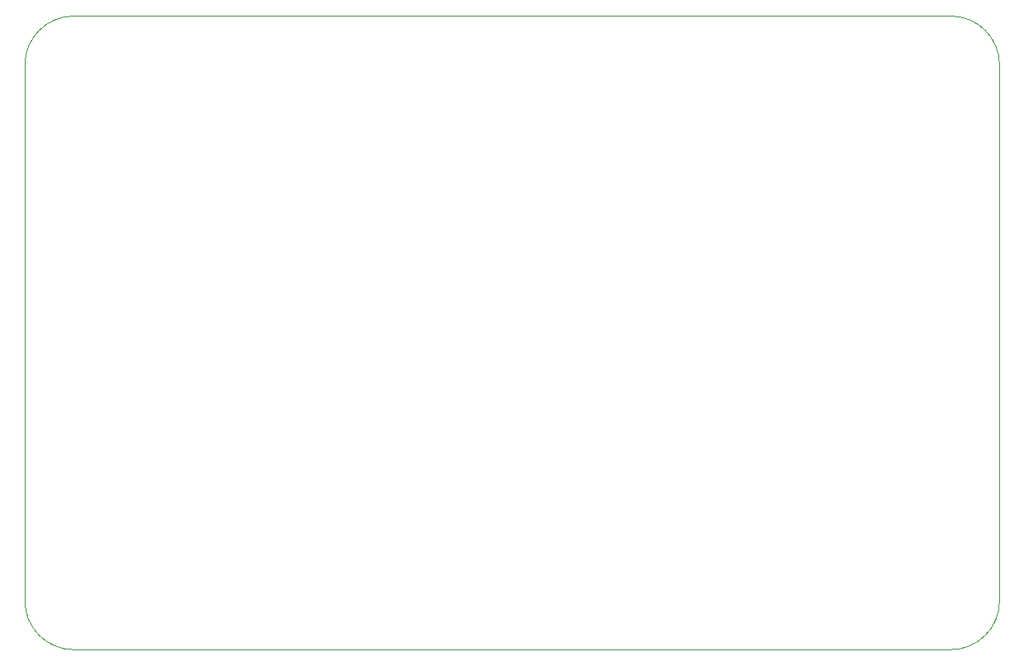
<source format=gm1>
G04 #@! TF.GenerationSoftware,KiCad,Pcbnew,5.1.6-c6e7f7d~87~ubuntu20.04.1*
G04 #@! TF.CreationDate,2021-05-08T12:11:27+10:00*
G04 #@! TF.ProjectId,pro-micro-test-fixture,70726f2d-6d69-4637-926f-2d746573742d,test-fixture*
G04 #@! TF.SameCoordinates,Original*
G04 #@! TF.FileFunction,Profile,NP*
%FSLAX46Y46*%
G04 Gerber Fmt 4.6, Leading zero omitted, Abs format (unit mm)*
G04 Created by KiCad (PCBNEW 5.1.6-c6e7f7d~87~ubuntu20.04.1) date 2021-05-08 12:11:27*
%MOMM*%
%LPD*%
G01*
G04 APERTURE LIST*
G04 #@! TA.AperFunction,Profile*
%ADD10C,0.100000*%
G04 #@! TD*
G04 APERTURE END LIST*
D10*
X167850000Y-59000000D02*
X78000000Y-59000000D01*
X167850000Y-124000000D02*
X78000000Y-124000000D01*
X78000000Y-124000000D02*
G75*
G02*
X73000000Y-119000000I0J5000000D01*
G01*
X73000000Y-64000000D02*
X73000000Y-119000000D01*
X73000000Y-64000000D02*
G75*
G02*
X78000000Y-59000000I5000000J0D01*
G01*
X172850000Y-119000000D02*
X172850000Y-64000000D01*
X172850000Y-119000000D02*
G75*
G02*
X167850000Y-124000000I-5000000J0D01*
G01*
X167850000Y-59000000D02*
G75*
G02*
X172850000Y-64000000I0J-5000000D01*
G01*
M02*

</source>
